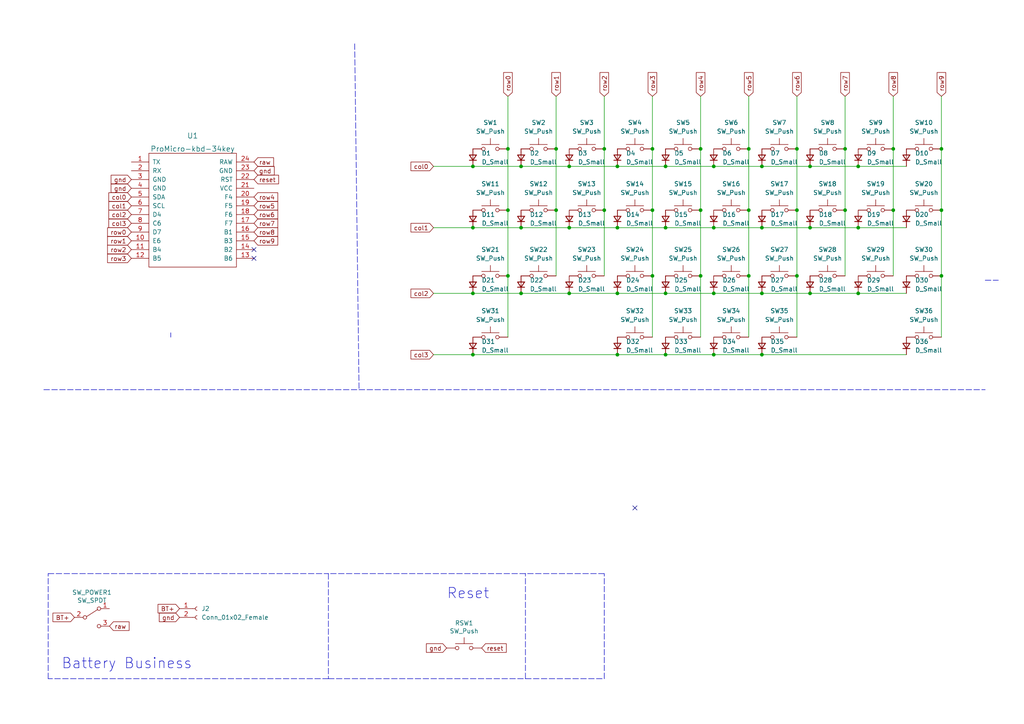
<source format=kicad_sch>
(kicad_sch (version 20211123) (generator eeschema)
  (paper "A4")
  (lib_symbols
    (symbol "Connector:Conn_01x02_Female" (pin_names (offset 1.016) hide)
      (property "Reference" "J" (at 0 2.54 0))
      (property "Value" "Conn_01x02_Female" (at 0 -5.08 0))
      (symbol "Conn_01x02_Female_1_1"
        (arc (start 0 -2.032) (mid -0.508 -2.54) (end 0 -3.048) (stroke (width 0.1524)))
        (polyline (pts (xy -1.27 -2.54) (xy -0.508 -2.54)) (stroke (width 0.1524)))
        (polyline (pts (xy -1.27 0) (xy -0.508 0)) (stroke (width 0.1524)))
        (arc (start 0 0.508) (mid -0.508 0) (end 0 -0.508) (stroke (width 0.1524)))
        (pin passive line (at -5.08 0 0) (length 3.81) (name "Pin_1") (number "1"))
        (pin passive line (at -5.08 -2.54 0) (length 3.81) (name "Pin_2") (number "2"))
      )
    )
    (symbol "ENDGAME_UWU_Gatekeeper_stuff:D_Small" (pin_numbers hide) (pin_names (offset 0.254) hide)
      (property "Reference" "D4" (at 1.778 1.1684 90))
      (property "Value" "D_Small" (at 1.778 -1.143 90))
      (symbol "D_Small_0_1"
        (polyline (pts (xy -0.762 -1.016) (xy -0.762 1.016)) (stroke (width 0.254)))
        (polyline (pts (xy -0.762 0) (xy 0.762 0)))
        (polyline (pts (xy 0.762 -1.016) (xy -0.762 0) (xy 0.762 1.016) (xy 0.762 -1.016)) (stroke (width 0.254)))
      )
      (symbol "D_Small_1_1"
        (pin passive line (at -2.54 0 0) (length 1.778) (name "K") (number "1"))
        (pin passive line (at 2.54 0 180) (length 1.778) (name "A") (number "2"))
      )
    )
    (symbol "ENDGAME_UWU_Gatekeeper_stuff:ProMicro-kbd-34key" (pin_names (offset 1.016))
      (property "Reference" "U" (at 0 24.13 0))
      (property "Value" "ProMicro-kbd-34key" (at 0 -13.97 0))
      (symbol "ProMicro-kbd-34key_0_1"
        (rectangle (start -12.7 21.59) (end 12.7 -11.43))
      )
      (symbol "ProMicro-kbd-34key_1_1"
        (pin bidirectional line (at -17.78 19.05 0) (length 5.08) (name "TX") (number "1"))
        (pin bidirectional line (at -17.78 -3.81 0) (length 5.08) (name "E6") (number "10"))
        (pin bidirectional line (at -17.78 -6.35 0) (length 5.08) (name "B4") (number "11"))
        (pin bidirectional line (at -17.78 -8.89 0) (length 5.08) (name "B5") (number "12"))
        (pin bidirectional line (at 17.78 -8.89 180) (length 5.08) (name "B6") (number "13"))
        (pin bidirectional line (at 17.78 -6.35 180) (length 5.08) (name "B2") (number "14"))
        (pin bidirectional line (at 17.78 -3.81 180) (length 5.08) (name "B3") (number "15"))
        (pin bidirectional line (at 17.78 -1.27 180) (length 5.08) (name "B1") (number "16"))
        (pin bidirectional line (at 17.78 1.27 180) (length 5.08) (name "F7") (number "17"))
        (pin bidirectional line (at 17.78 3.81 180) (length 5.08) (name "F6") (number "18"))
        (pin bidirectional line (at 17.78 6.35 180) (length 5.08) (name "F5") (number "19"))
        (pin bidirectional line (at -17.78 16.51 0) (length 5.08) (name "RX") (number "2"))
        (pin bidirectional line (at 17.78 8.89 180) (length 5.08) (name "F4") (number "20"))
        (pin power_in line (at 17.78 11.43 180) (length 5.08) (name "VCC") (number "21"))
        (pin input line (at 17.78 13.97 180) (length 5.08) (name "RST") (number "22"))
        (pin power_in line (at 17.78 16.51 180) (length 5.08) (name "GND") (number "23"))
        (pin power_out line (at 17.78 19.05 180) (length 5.08) (name "RAW") (number "24"))
        (pin power_in line (at -17.78 13.97 0) (length 5.08) (name "GND") (number "3"))
        (pin power_in line (at -17.78 11.43 0) (length 5.08) (name "GND") (number "4"))
        (pin bidirectional line (at -17.78 8.89 0) (length 5.08) (name "SDA") (number "5"))
        (pin bidirectional line (at -17.78 6.35 0) (length 5.08) (name "SCL") (number "6"))
        (pin bidirectional line (at -17.78 3.81 0) (length 5.08) (name "D4") (number "7"))
        (pin bidirectional line (at -17.78 1.27 0) (length 5.08) (name "C6") (number "8"))
        (pin bidirectional line (at -17.78 -1.27 0) (length 5.08) (name "D7") (number "9"))
      )
    )
    (symbol "ENDGAME_UWU_Gatekeeper_stuff:SW_Push" (pin_numbers hide) (pin_names (offset 1.016) hide)
      (property "Reference" "SW" (at 1.27 2.54 0))
      (property "Value" "SW_Push" (at 0 -1.524 0))
      (symbol "SW_Push_0_1"
        (circle (center -2.032 0) (radius 0.508))
        (polyline (pts (xy 0 1.27) (xy 0 3.048)))
        (polyline (pts (xy 2.54 1.27) (xy -2.54 1.27)))
        (circle (center 2.032 0) (radius 0.508))
        (pin passive line (at -5.08 0 0) (length 2.54) (name "1") (number "1"))
        (pin passive line (at 5.08 0 180) (length 2.54) (name "2") (number "2"))
      )
    )
    (symbol "Switch:SW_Push" (pin_numbers hide) (pin_names (offset 1.016) hide)
      (property "Reference" "SW" (at 1.27 2.54 0))
      (property "Value" "SW_Push" (at 0 -1.524 0))
      (symbol "SW_Push_0_1"
        (circle (center -2.032 0) (radius 0.508))
        (polyline (pts (xy 0 1.27) (xy 0 3.048)))
        (polyline (pts (xy 2.54 1.27) (xy -2.54 1.27)))
        (circle (center 2.032 0) (radius 0.508))
        (pin passive line (at -5.08 0 0) (length 2.54) (name "1") (number "1"))
        (pin passive line (at 5.08 0 180) (length 2.54) (name "2") (number "2"))
      )
    )
    (symbol "Switch:SW_SPDT" (pin_names (offset 0) hide)
      (property "Reference" "SW" (at 0 4.318 0))
      (property "Value" "SW_SPDT" (at 0 -5.08 0))
      (symbol "SW_SPDT_0_0"
        (circle (center -2.032 0) (radius 0.508))
        (circle (center 2.032 -2.54) (radius 0.508))
      )
      (symbol "SW_SPDT_0_1"
        (polyline (pts (xy -1.524 0.254) (xy 1.651 2.286)))
        (circle (center 2.032 2.54) (radius 0.508))
      )
      (symbol "SW_SPDT_1_1"
        (pin passive line (at 5.08 2.54 180) (length 2.54) (name "A") (number "1"))
        (pin passive line (at -5.08 0 0) (length 2.54) (name "B") (number "2"))
        (pin passive line (at 5.08 -2.54 180) (length 2.54) (name "C") (number "3"))
      )
    )
  )
  (junction (at 137.16 85.09))
  (junction (at 234.95 66.04))
  (junction (at 231.14 60.96))
  (junction (at 273.05 43.18))
  (junction (at 273.05 80.01))
  (junction (at 165.1 48.26))
  (junction (at 179.07 48.26))
  (junction (at 179.07 102.87))
  (junction (at 189.23 60.96))
  (junction (at 259.08 60.96))
  (junction (at 147.32 80.01))
  (junction (at 165.1 85.09))
  (junction (at 175.26 43.18))
  (junction (at 151.13 48.26))
  (junction (at 220.98 102.87))
  (junction (at 179.07 85.09))
  (junction (at 231.14 80.01))
  (junction (at 217.17 80.01))
  (junction (at 189.23 80.01))
  (junction (at 231.14 43.18))
  (junction (at 207.01 66.04))
  (junction (at 245.11 43.18))
  (junction (at 137.16 48.26))
  (junction (at 259.08 43.18))
  (junction (at 137.16 102.87))
  (junction (at 248.92 66.04))
  (junction (at 220.98 85.09))
  (junction (at 165.1 66.04))
  (junction (at 273.05 60.96))
  (junction (at 220.98 66.04))
  (junction (at 193.04 85.09))
  (junction (at 151.13 85.09))
  (junction (at 147.32 60.96))
  (junction (at 207.01 48.26))
  (junction (at 137.16 66.04))
  (junction (at 203.2 80.01))
  (junction (at 193.04 102.87))
  (junction (at 248.92 48.26))
  (junction (at 217.17 43.18))
  (junction (at 234.95 85.09))
  (junction (at 189.23 43.18))
  (junction (at 207.01 85.09))
  (junction (at 203.2 60.96))
  (junction (at 175.26 60.96))
  (junction (at 161.29 43.18))
  (junction (at 147.32 43.18))
  (junction (at 151.13 66.04))
  (junction (at 234.95 48.26))
  (junction (at 193.04 48.26))
  (junction (at 193.04 66.04))
  (junction (at 203.2 43.18))
  (junction (at 161.29 60.96))
  (junction (at 245.11 60.96))
  (junction (at 179.07 66.04))
  (junction (at 220.98 48.26))
  (junction (at 248.92 85.09))
  (junction (at 217.17 60.96))
  (junction (at 207.01 102.87))
  (no_connect (at 184.15 147.32))
  (no_connect (at 73.66 72.39))
  (no_connect (at 73.66 74.93))
  (wire (pts (xy 179.07 66.04) (xy 193.04 66.04)))
  (wire (pts (xy 248.92 66.04) (xy 262.89 66.04)))
  (wire (pts (xy 217.17 80.01) (xy 217.17 97.79)))
  (polyline (pts (xy 13.97 196.85) (xy 13.97 166.37)))
  (wire (pts (xy 189.23 60.96) (xy 189.23 80.01)))
  (wire (pts (xy 217.17 43.18) (xy 217.17 60.96)))
  (wire (pts (xy 273.05 27.94) (xy 273.05 43.18)))
  (wire (pts (xy 161.29 60.96) (xy 161.29 80.01)))
  (wire (pts (xy 273.05 60.96) (xy 273.05 80.01)))
  (wire (pts (xy 151.13 66.04) (xy 165.1 66.04)))
  (wire (pts (xy 231.14 80.01) (xy 231.14 97.79)))
  (wire (pts (xy 137.16 48.26) (xy 151.13 48.26)))
  (polyline (pts (xy 13.97 166.37) (xy 95.25 166.37)))
  (wire (pts (xy 151.13 48.26) (xy 165.1 48.26)))
  (polyline (pts (xy 95.25 196.85) (xy 13.97 196.85)))
  (wire (pts (xy 147.32 27.94) (xy 147.32 43.18)))
  (polyline (pts (xy 49.53 97.79) (xy 49.53 96.52)))
  (polyline (pts (xy 285.75 81.28) (xy 289.56 81.28)))
  (wire (pts (xy 161.29 43.18) (xy 161.29 60.96)))
  (wire (pts (xy 248.92 48.26) (xy 262.89 48.26)))
  (polyline (pts (xy 152.4 196.85) (xy 152.4 166.37)))
  (wire (pts (xy 259.08 43.18) (xy 259.08 60.96)))
  (wire (pts (xy 248.92 85.09) (xy 262.89 85.09)))
  (wire (pts (xy 179.07 102.87) (xy 193.04 102.87)))
  (wire (pts (xy 125.73 102.87) (xy 137.16 102.87)))
  (wire (pts (xy 125.73 66.04) (xy 137.16 66.04)))
  (polyline (pts (xy 152.4 166.37) (xy 95.25 166.37)))
  (wire (pts (xy 193.04 48.26) (xy 207.01 48.26)))
  (wire (pts (xy 220.98 85.09) (xy 234.95 85.09)))
  (wire (pts (xy 175.26 43.18) (xy 175.26 60.96)))
  (wire (pts (xy 189.23 43.18) (xy 189.23 60.96)))
  (wire (pts (xy 161.29 27.94) (xy 161.29 43.18)))
  (wire (pts (xy 189.23 80.01) (xy 189.23 97.79)))
  (wire (pts (xy 273.05 80.01) (xy 273.05 97.79)))
  (wire (pts (xy 175.26 27.94) (xy 175.26 43.18)))
  (wire (pts (xy 207.01 85.09) (xy 220.98 85.09)))
  (wire (pts (xy 137.16 66.04) (xy 151.13 66.04)))
  (wire (pts (xy 147.32 60.96) (xy 147.32 80.01)))
  (polyline (pts (xy 102.87 12.7) (xy 104.14 113.03)))
  (wire (pts (xy 245.11 43.18) (xy 245.11 60.96)))
  (wire (pts (xy 165.1 66.04) (xy 179.07 66.04)))
  (wire (pts (xy 207.01 66.04) (xy 220.98 66.04)))
  (wire (pts (xy 259.08 60.96) (xy 259.08 80.01)))
  (wire (pts (xy 234.95 48.26) (xy 248.92 48.26)))
  (wire (pts (xy 179.07 48.26) (xy 193.04 48.26)))
  (polyline (pts (xy 95.25 196.85) (xy 152.4 196.85)))
  (wire (pts (xy 193.04 102.87) (xy 207.01 102.87)))
  (wire (pts (xy 217.17 60.96) (xy 217.17 80.01)))
  (wire (pts (xy 137.16 102.87) (xy 179.07 102.87)))
  (wire (pts (xy 189.23 27.94) (xy 189.23 43.18)))
  (wire (pts (xy 165.1 48.26) (xy 179.07 48.26)))
  (wire (pts (xy 193.04 66.04) (xy 207.01 66.04)))
  (wire (pts (xy 220.98 66.04) (xy 234.95 66.04)))
  (polyline (pts (xy 12.7 113.03) (xy 104.14 113.03)))
  (polyline (pts (xy 95.25 166.37) (xy 95.25 196.85)))
  (wire (pts (xy 245.11 60.96) (xy 245.11 80.01)))
  (wire (pts (xy 147.32 80.01) (xy 147.32 97.79)))
  (wire (pts (xy 165.1 85.09) (xy 179.07 85.09)))
  (wire (pts (xy 231.14 43.18) (xy 231.14 60.96)))
  (wire (pts (xy 147.32 43.18) (xy 147.32 60.96)))
  (wire (pts (xy 203.2 27.94) (xy 203.2 43.18)))
  (wire (pts (xy 125.73 48.26) (xy 137.16 48.26)))
  (wire (pts (xy 234.95 66.04) (xy 248.92 66.04)))
  (wire (pts (xy 207.01 102.87) (xy 220.98 102.87)))
  (wire (pts (xy 217.17 27.94) (xy 217.17 43.18)))
  (polyline (pts (xy 175.26 166.37) (xy 152.4 166.37)))
  (wire (pts (xy 179.07 85.09) (xy 193.04 85.09)))
  (polyline (pts (xy 175.26 196.85) (xy 175.26 166.37)))
  (wire (pts (xy 207.01 48.26) (xy 220.98 48.26)))
  (wire (pts (xy 234.95 85.09) (xy 248.92 85.09)))
  (wire (pts (xy 203.2 80.01) (xy 203.2 97.79)))
  (wire (pts (xy 273.05 43.18) (xy 273.05 60.96)))
  (wire (pts (xy 203.2 60.96) (xy 203.2 80.01)))
  (wire (pts (xy 151.13 85.09) (xy 165.1 85.09)))
  (polyline (pts (xy 104.14 113.03) (xy 285.75 113.03)))
  (wire (pts (xy 193.04 85.09) (xy 207.01 85.09)))
  (wire (pts (xy 231.14 27.94) (xy 231.14 43.18)))
  (wire (pts (xy 220.98 102.87) (xy 262.89 102.87)))
  (wire (pts (xy 125.73 85.09) (xy 137.16 85.09)))
  (wire (pts (xy 203.2 43.18) (xy 203.2 60.96)))
  (wire (pts (xy 245.11 27.94) (xy 245.11 43.18)))
  (polyline (pts (xy 152.4 196.85) (xy 175.26 196.85)))
  (wire (pts (xy 231.14 60.96) (xy 231.14 80.01)))
  (wire (pts (xy 220.98 48.26) (xy 234.95 48.26)))
  (wire (pts (xy 137.16 85.09) (xy 151.13 85.09)))
  (wire (pts (xy 175.26 60.96) (xy 175.26 80.01)))
  (wire (pts (xy 259.08 27.94) (xy 259.08 43.18)))
  (text "Reset" (at 129.54 173.99 0) (effects (font (size 2.9972 2.9972)) (justify left bottom)))
  (text "Battery Business" (at 17.78 194.31 0) (effects (font (size 2.9972 2.9972)) (justify left bottom)))
  (global_label "gnd" (shape input) (at 129.54 187.96 180) (property "Intersheet References" "${INTERSHEET_REFS}" (effects hide)))
  (global_label "row2" (shape input) (at 175.26 27.94 90) (property "Intersheet References" "${INTERSHEET_REFS}" (effects hide)))
  (global_label "gnd" (shape input) (at 38.1 52.07 180) (property "Intersheet References" "${INTERSHEET_REFS}" (effects hide)))
  (global_label "row5" (shape input) (at 73.66 59.69 0) (property "Intersheet References" "${INTERSHEET_REFS}" (effects hide)))
  (global_label "row1" (shape input) (at 161.29 27.94 90) (property "Intersheet References" "${INTERSHEET_REFS}" (effects hide)))
  (global_label "raw" (shape input) (at 31.75 181.61 0) (property "Intersheet References" "${INTERSHEET_REFS}" (effects hide)))
  (global_label "col0" (shape input) (at 38.1 57.15 180) (property "Intersheet References" "${INTERSHEET_REFS}" (effects hide)))
  (global_label "gnd" (shape input) (at 38.1 54.61 180) (property "Intersheet References" "${INTERSHEET_REFS}" (effects hide)))
  (global_label "BT+" (shape input) (at 52.07 176.53 180) (property "Intersheet References" "${INTERSHEET_REFS}" (effects hide)))
  (global_label "row6" (shape input) (at 73.66 62.23 0) (property "Intersheet References" "${INTERSHEET_REFS}" (effects hide)))
  (global_label "reset" (shape input) (at 73.66 52.07 0) (property "Intersheet References" "${INTERSHEET_REFS}" (effects hide)))
  (global_label "row1" (shape input) (at 38.1 69.85 180) (property "Intersheet References" "${INTERSHEET_REFS}" (effects hide)))
  (global_label "row7" (shape input) (at 73.66 64.77 0) (property "Intersheet References" "${INTERSHEET_REFS}" (effects hide)))
  (global_label "BT+" (shape input) (at 21.59 179.07 180) (property "Intersheet References" "${INTERSHEET_REFS}" (effects hide)))
  (global_label "col2" (shape input) (at 38.1 62.23 180) (property "Intersheet References" "${INTERSHEET_REFS}" (effects hide)))
  (global_label "row5" (shape input) (at 217.17 27.94 90) (property "Intersheet References" "${INTERSHEET_REFS}" (effects hide)))
  (global_label "col1" (shape input) (at 38.1 59.69 180) (property "Intersheet References" "${INTERSHEET_REFS}" (effects hide)))
  (global_label "col2" (shape input) (at 125.73 85.09 180) (property "Intersheet References" "${INTERSHEET_REFS}" (effects hide)))
  (global_label "row9" (shape input) (at 273.05 27.94 90) (property "Intersheet References" "${INTERSHEET_REFS}" (effects hide)))
  (global_label "col1" (shape input) (at 125.73 66.04 180) (property "Intersheet References" "${INTERSHEET_REFS}" (effects hide)))
  (global_label "row4" (shape input) (at 73.66 57.15 0) (property "Intersheet References" "${INTERSHEET_REFS}" (effects hide)))
  (global_label "gnd" (shape input) (at 52.07 179.07 180) (property "Intersheet References" "${INTERSHEET_REFS}" (effects hide)))
  (global_label "reset" (shape input) (at 139.7 187.96 0) (property "Intersheet References" "${INTERSHEET_REFS}" (effects hide)))
  (global_label "row3" (shape input) (at 189.23 27.94 90) (property "Intersheet References" "${INTERSHEET_REFS}" (effects hide)))
  (global_label "col3" (shape input) (at 38.1 64.77 180) (property "Intersheet References" "${INTERSHEET_REFS}" (effects hide)))
  (global_label "gnd" (shape input) (at 73.66 49.53 0) (property "Intersheet References" "${INTERSHEET_REFS}" (effects hide)))
  (global_label "raw" (shape input) (at 73.66 46.99 0) (property "Intersheet References" "${INTERSHEET_REFS}" (effects hide)))
  (global_label "row3" (shape input) (at 38.1 74.93 180) (property "Intersheet References" "${INTERSHEET_REFS}" (effects hide)))
  (global_label "row0" (shape input) (at 38.1 67.31 180) (property "Intersheet References" "${INTERSHEET_REFS}" (effects hide)))
  (global_label "row8" (shape input) (at 259.08 27.94 90) (property "Intersheet References" "${INTERSHEET_REFS}" (effects hide)))
  (global_label "row4" (shape input) (at 203.2 27.94 90) (property "Intersheet References" "${INTERSHEET_REFS}" (effects hide)))
  (global_label "row2" (shape input) (at 38.1 72.39 180) (property "Intersheet References" "${INTERSHEET_REFS}" (effects hide)))
  (global_label "row6" (shape input) (at 231.14 27.94 90) (property "Intersheet References" "${INTERSHEET_REFS}" (effects hide)))
  (global_label "col0" (shape input) (at 125.73 48.26 180) (property "Intersheet References" "${INTERSHEET_REFS}" (effects hide)))
  (global_label "row8" (shape input) (at 73.66 67.31 0) (property "Intersheet References" "${INTERSHEET_REFS}" (effects hide)))
  (global_label "row7" (shape input) (at 245.11 27.94 90) (property "Intersheet References" "${INTERSHEET_REFS}" (effects hide)))
  (global_label "col3" (shape input) (at 125.73 102.87 180) (property "Intersheet References" "${INTERSHEET_REFS}" (effects hide)))
  (global_label "row0" (shape input) (at 147.32 27.94 90) (property "Intersheet References" "${INTERSHEET_REFS}" (effects hide)))
  (global_label "row9" (shape input) (at 73.66 69.85 0) (property "Intersheet References" "${INTERSHEET_REFS}" (effects hide)))
  (symbol (lib_id "ENDGAME_UWU_Gatekeeper_stuff:SW_Push") (at 184.15 97.79 0) (unit 1)
    (property "Reference" "SW32" (at 184.15 90.17 0))
    (property "Value" "SW_Push" (at 184.15 92.71 0))
    (property "Footprint" "keyswitches:Kailh_socket_PG1350_optional" (effects hide))
  )
  (symbol (lib_id "ENDGAME_UWU_Gatekeeper_stuff:D_Small") (at 207.01 100.33 90) (unit 1)
    (property "Reference" "D34" (at 209.55 99.0599 90) (effects (justify right)))
    (property "Value" "D_Small" (at 209.55 101.5999 90) (effects (justify right)))
    (property "Footprint" "Diode_SMD:D_SOD-123" (effects hide))
  )
  (symbol (lib_id "ENDGAME_UWU_Gatekeeper_stuff:SW_Push") (at 156.21 80.01 0) (unit 1)
    (property "Reference" "SW22" (at 156.21 72.39 0))
    (property "Value" "SW_Push" (at 156.21 74.93 0))
    (property "Footprint" "keyswitches:Kailh_socket_PG1350_optional" (effects hide))
  )
  (symbol (lib_id "ENDGAME_UWU_Gatekeeper_stuff:SW_Push") (at 226.06 60.96 0) (unit 1)
    (property "Reference" "SW17" (at 226.06 53.34 0))
    (property "Value" "SW_Push" (at 226.06 55.88 0))
    (property "Footprint" "keyswitches:Kailh_socket_PG1350_optional" (effects hide))
  )
  (symbol (lib_id "Switch:SW_SPDT") (at 26.67 179.07 0) (unit 1)
    (property "Reference" "SW_POWER1" (at 26.67 171.831 0))
    (property "Value" "SW_SPDT" (at 26.67 174.1424 0))
    (property "Footprint" "Button_Switch_SMD:SW_SPDT_PCM12" (effects hide))
  )
  (symbol (lib_id "ENDGAME_UWU_Gatekeeper_stuff:D_Small") (at 165.1 82.55 90) (unit 1)
    (property "Reference" "D23" (at 167.64 81.2799 90) (effects (justify right)))
    (property "Value" "D_Small" (at 167.64 83.8199 90) (effects (justify right)))
    (property "Footprint" "Diode_SMD:D_SOD-123" (effects hide))
  )
  (symbol (lib_id "ENDGAME_UWU_Gatekeeper_stuff:SW_Push") (at 267.97 97.79 0) (unit 1)
    (property "Reference" "SW36" (at 267.97 90.17 0))
    (property "Value" "SW_Push" (at 267.97 92.71 0))
    (property "Footprint" "keyswitches:Kailh_socket_PG1350_optional" (effects hide))
  )
  (symbol (lib_id "ENDGAME_UWU_Gatekeeper_stuff:SW_Push") (at 240.03 80.01 0) (unit 1)
    (property "Reference" "SW28" (at 240.03 72.39 0))
    (property "Value" "SW_Push" (at 240.03 74.93 0))
    (property "Footprint" "keyswitches:Kailh_socket_PG1350_optional" (effects hide))
  )
  (symbol (lib_id "ENDGAME_UWU_Gatekeeper_stuff:SW_Push") (at 184.15 60.96 0) (unit 1)
    (property "Reference" "SW14" (at 184.15 53.34 0))
    (property "Value" "SW_Push" (at 184.15 55.88 0))
    (property "Footprint" "keyswitches:Kailh_socket_PG1350_optional" (effects hide))
  )
  (symbol (lib_id "ENDGAME_UWU_Gatekeeper_stuff:ProMicro-kbd-34key") (at 55.88 66.04 0) (unit 1)
    (property "Reference" "U1" (at 55.88 39.37 0) (effects (font (size 1.524 1.524))))
    (property "Value" "ProMicro-kbd-34key" (at 55.88 43.18 0) (effects (font (size 1.524 1.524))))
    (property "Footprint" "Keebio-Parts:Elite-C-castellated-24pin-holes" (effects hide))
  )
  (symbol (lib_id "ENDGAME_UWU_Gatekeeper_stuff:D_Small") (at 207.01 63.5 90) (unit 1)
    (property "Reference" "D16" (at 209.55 62.2299 90) (effects (justify right)))
    (property "Value" "D_Small" (at 209.55 64.7699 90) (effects (justify right)))
    (property "Footprint" "Diode_SMD:D_SOD-123" (effects hide))
  )
  (symbol (lib_id "ENDGAME_UWU_Gatekeeper_stuff:SW_Push") (at 212.09 97.79 0) (unit 1)
    (property "Reference" "SW34" (at 212.09 90.17 0))
    (property "Value" "SW_Push" (at 212.09 92.71 0))
    (property "Footprint" "keyswitches:Kailh_socket_PG1350_optional" (effects hide))
  )
  (symbol (lib_id "ENDGAME_UWU_Gatekeeper_stuff:D_Small") (at 179.07 63.5 90) (unit 1)
    (property "Reference" "D14" (at 181.61 62.2299 90) (effects (justify right)))
    (property "Value" "D_Small" (at 181.61 64.7699 90) (effects (justify right)))
    (property "Footprint" "Diode_SMD:D_SOD-123" (effects hide))
  )
  (symbol (lib_id "ENDGAME_UWU_Gatekeeper_stuff:SW_Push") (at 254 80.01 0) (unit 1)
    (property "Reference" "SW29" (at 254 72.39 0))
    (property "Value" "SW_Push" (at 254 74.93 0))
    (property "Footprint" "keyswitches:Kailh_socket_PG1350_optional" (effects hide))
  )
  (symbol (lib_id "ENDGAME_UWU_Gatekeeper_stuff:SW_Push") (at 198.12 43.18 0) (unit 1)
    (property "Reference" "SW5" (at 198.12 35.56 0))
    (property "Value" "SW_Push" (at 198.12 38.1 0))
    (property "Footprint" "keyswitches:Kailh_socket_PG1350_optional" (effects hide))
  )
  (symbol (lib_id "ENDGAME_UWU_Gatekeeper_stuff:D_Small") (at 137.16 82.55 90) (unit 1)
    (property "Reference" "D21" (at 139.7 81.2799 90) (effects (justify right)))
    (property "Value" "D_Small" (at 139.7 83.8199 90) (effects (justify right)))
    (property "Footprint" "Diode_SMD:D_SOD-123" (effects hide))
  )
  (symbol (lib_id "ENDGAME_UWU_Gatekeeper_stuff:SW_Push") (at 212.09 60.96 0) (unit 1)
    (property "Reference" "SW16" (at 212.09 53.34 0))
    (property "Value" "SW_Push" (at 212.09 55.88 0))
    (property "Footprint" "keyswitches:Kailh_socket_PG1350_optional" (effects hide))
  )
  (symbol (lib_id "ENDGAME_UWU_Gatekeeper_stuff:D_Small") (at 165.1 63.5 90) (unit 1)
    (property "Reference" "D13" (at 167.64 62.2299 90) (effects (justify right)))
    (property "Value" "D_Small" (at 167.64 64.7699 90) (effects (justify right)))
    (property "Footprint" "Diode_SMD:D_SOD-123" (effects hide))
  )
  (symbol (lib_id "ENDGAME_UWU_Gatekeeper_stuff:SW_Push") (at 212.09 43.18 0) (unit 1)
    (property "Reference" "SW6" (at 212.09 35.56 0))
    (property "Value" "SW_Push" (at 212.09 38.1 0))
    (property "Footprint" "keyswitches:Kailh_socket_PG1350_optional" (effects hide))
  )
  (symbol (lib_id "ENDGAME_UWU_Gatekeeper_stuff:D_Small") (at 137.16 100.33 90) (unit 1)
    (property "Reference" "D31" (at 139.7 99.0599 90) (effects (justify right)))
    (property "Value" "D_Small" (at 139.7 101.5999 90) (effects (justify right)))
    (property "Footprint" "Diode_SMD:D_SOD-123" (effects hide))
  )
  (symbol (lib_id "ENDGAME_UWU_Gatekeeper_stuff:SW_Push") (at 198.12 97.79 0) (unit 1)
    (property "Reference" "SW33" (at 198.12 90.17 0))
    (property "Value" "SW_Push" (at 198.12 92.71 0))
    (property "Footprint" "keyswitches:Kailh_socket_PG1350_optional" (effects hide))
  )
  (symbol (lib_id "ENDGAME_UWU_Gatekeeper_stuff:D_Small") (at 193.04 100.33 90) (unit 1)
    (property "Reference" "D33" (at 195.58 99.0599 90) (effects (justify right)))
    (property "Value" "D_Small" (at 195.58 101.5999 90) (effects (justify right)))
    (property "Footprint" "Diode_SMD:D_SOD-123" (effects hide))
  )
  (symbol (lib_id "ENDGAME_UWU_Gatekeeper_stuff:D_Small") (at 137.16 63.5 90) (unit 1)
    (property "Reference" "D11" (at 139.7 62.2299 90) (effects (justify right)))
    (property "Value" "D_Small" (at 139.7 64.7699 90) (effects (justify right)))
    (property "Footprint" "Diode_SMD:D_SOD-123" (effects hide))
  )
  (symbol (lib_id "ENDGAME_UWU_Gatekeeper_stuff:SW_Push") (at 170.18 80.01 0) (unit 1)
    (property "Reference" "SW23" (at 170.18 72.39 0))
    (property "Value" "SW_Push" (at 170.18 74.93 0))
    (property "Footprint" "keyswitches:Kailh_socket_PG1350_optional" (effects hide))
  )
  (symbol (lib_id "ENDGAME_UWU_Gatekeeper_stuff:SW_Push") (at 184.15 80.01 0) (unit 1)
    (property "Reference" "SW24" (at 184.15 72.39 0))
    (property "Value" "SW_Push" (at 184.15 74.93 0))
    (property "Footprint" "keyswitches:Kailh_socket_PG1350_optional" (effects hide))
  )
  (symbol (lib_id "ENDGAME_UWU_Gatekeeper_stuff:SW_Push") (at 156.21 60.96 0) (unit 1)
    (property "Reference" "SW12" (at 156.21 53.34 0))
    (property "Value" "SW_Push" (at 156.21 55.88 0))
    (property "Footprint" "keyswitches:Kailh_socket_PG1350_optional" (effects hide))
  )
  (symbol (lib_id "ENDGAME_UWU_Gatekeeper_stuff:D_Small") (at 207.01 45.72 90) (unit 1)
    (property "Reference" "D6" (at 209.55 44.4499 90) (effects (justify right)))
    (property "Value" "D_Small" (at 209.55 46.9899 90) (effects (justify right)))
    (property "Footprint" "Diode_SMD:D_SOD-123" (effects hide))
  )
  (symbol (lib_id "ENDGAME_UWU_Gatekeeper_stuff:D_Small") (at 179.07 100.33 90) (unit 1)
    (property "Reference" "D32" (at 181.61 99.0599 90) (effects (justify right)))
    (property "Value" "D_Small" (at 181.61 101.5999 90) (effects (justify right)))
    (property "Footprint" "Diode_SMD:D_SOD-123" (effects hide))
  )
  (symbol (lib_id "ENDGAME_UWU_Gatekeeper_stuff:D_Small") (at 248.92 82.55 90) (unit 1)
    (property "Reference" "D29" (at 251.46 81.2799 90) (effects (justify right)))
    (property "Value" "D_Small" (at 251.46 83.8199 90) (effects (justify right)))
    (property "Footprint" "Diode_SMD:D_SOD-123" (effects hide))
  )
  (symbol (lib_id "ENDGAME_UWU_Gatekeeper_stuff:D_Small") (at 234.95 82.55 90) (unit 1)
    (property "Reference" "D28" (at 237.49 81.2799 90) (effects (justify right)))
    (property "Value" "D_Small" (at 237.49 83.8199 90) (effects (justify right)))
    (property "Footprint" "Diode_SMD:D_SOD-123" (effects hide))
  )
  (symbol (lib_id "ENDGAME_UWU_Gatekeeper_stuff:SW_Push") (at 142.24 97.79 0) (unit 1)
    (property "Reference" "SW31" (at 142.24 90.17 0))
    (property "Value" "SW_Push" (at 142.24 92.71 0))
    (property "Footprint" "keyswitches:Kailh_socket_PG1350_optional" (effects hide))
  )
  (symbol (lib_id "ENDGAME_UWU_Gatekeeper_stuff:D_Small") (at 137.16 45.72 90) (unit 1)
    (property "Reference" "D1" (at 139.7 44.4499 90) (effects (justify right)))
    (property "Value" "D_Small" (at 139.7 46.9899 90) (effects (justify right)))
    (property "Footprint" "Diode_SMD:D_SOD-123" (effects hide))
  )
  (symbol (lib_id "ENDGAME_UWU_Gatekeeper_stuff:D_Small") (at 248.92 63.5 90) (unit 1)
    (property "Reference" "D19" (at 251.46 62.2299 90) (effects (justify right)))
    (property "Value" "D_Small" (at 251.46 64.7699 90) (effects (justify right)))
    (property "Footprint" "Diode_SMD:D_SOD-123" (effects hide))
  )
  (symbol (lib_id "ENDGAME_UWU_Gatekeeper_stuff:SW_Push") (at 254 60.96 0) (unit 1)
    (property "Reference" "SW19" (at 254 53.34 0))
    (property "Value" "SW_Push" (at 254 55.88 0))
    (property "Footprint" "keyswitches:Kailh_socket_PG1350_optional" (effects hide))
  )
  (symbol (lib_id "ENDGAME_UWU_Gatekeeper_stuff:SW_Push") (at 267.97 43.18 0) (unit 1)
    (property "Reference" "SW10" (at 267.97 35.56 0))
    (property "Value" "SW_Push" (at 267.97 38.1 0))
    (property "Footprint" "keyswitches:Kailh_socket_PG1350_optional" (effects hide))
  )
  (symbol (lib_id "ENDGAME_UWU_Gatekeeper_stuff:D_Small") (at 220.98 82.55 90) (unit 1)
    (property "Reference" "D27" (at 223.52 81.2799 90) (effects (justify right)))
    (property "Value" "D_Small" (at 223.52 83.8199 90) (effects (justify right)))
    (property "Footprint" "Diode_SMD:D_SOD-123" (effects hide))
  )
  (symbol (lib_id "ENDGAME_UWU_Gatekeeper_stuff:SW_Push") (at 267.97 60.96 0) (unit 1)
    (property "Reference" "SW20" (at 267.97 53.34 0))
    (property "Value" "SW_Push" (at 267.97 55.88 0))
    (property "Footprint" "keyswitches:Kailh_socket_PG1350_optional" (effects hide))
  )
  (symbol (lib_id "Switch:SW_Push") (at 134.62 187.96 0) (unit 1)
    (property "Reference" "RSW1" (at 134.62 180.721 0))
    (property "Value" "SW_Push" (at 134.62 183.0324 0))
    (property "Footprint" "Button_Switch_THT:SW_PUSH_6mm" (effects hide))
  )
  (symbol (lib_id "ENDGAME_UWU_Gatekeeper_stuff:D_Small") (at 193.04 82.55 90) (unit 1)
    (property "Reference" "D25" (at 195.58 81.2799 90) (effects (justify right)))
    (property "Value" "D_Small" (at 195.58 83.8199 90) (effects (justify right)))
    (property "Footprint" "Diode_SMD:D_SOD-123" (effects hide))
  )
  (symbol (lib_id "ENDGAME_UWU_Gatekeeper_stuff:D_Small") (at 220.98 63.5 90) (unit 1)
    (property "Reference" "D17" (at 223.52 62.2299 90) (effects (justify right)))
    (property "Value" "D_Small" (at 223.52 64.7699 90) (effects (justify right)))
    (property "Footprint" "Diode_SMD:D_SOD-123" (effects hide))
  )
  (symbol (lib_id "ENDGAME_UWU_Gatekeeper_stuff:D_Small") (at 151.13 45.72 90) (unit 1)
    (property "Reference" "D2" (at 153.67 44.4499 90) (effects (justify right)))
    (property "Value" "D_Small" (at 153.67 46.9899 90) (effects (justify right)))
    (property "Footprint" "Diode_SMD:D_SOD-123" (effects hide))
  )
  (symbol (lib_id "ENDGAME_UWU_Gatekeeper_stuff:SW_Push") (at 142.24 60.96 0) (unit 1)
    (property "Reference" "SW11" (at 142.24 53.34 0))
    (property "Value" "SW_Push" (at 142.24 55.88 0))
    (property "Footprint" "keyswitches:Kailh_socket_PG1350_optional" (effects hide))
  )
  (symbol (lib_id "ENDGAME_UWU_Gatekeeper_stuff:SW_Push") (at 170.18 43.18 0) (unit 1)
    (property "Reference" "SW3" (at 170.18 35.56 0))
    (property "Value" "SW_Push" (at 170.18 38.1 0))
    (property "Footprint" "keyswitches:Kailh_socket_PG1350_optional" (effects hide))
  )
  (symbol (lib_id "ENDGAME_UWU_Gatekeeper_stuff:SW_Push") (at 240.03 43.18 0) (unit 1)
    (property "Reference" "SW8" (at 240.03 35.56 0))
    (property "Value" "SW_Push" (at 240.03 38.1 0))
    (property "Footprint" "keyswitches:Kailh_socket_PG1350_optional" (effects hide))
  )
  (symbol (lib_id "ENDGAME_UWU_Gatekeeper_stuff:SW_Push") (at 254 43.18 0) (unit 1)
    (property "Reference" "SW9" (at 254 35.56 0))
    (property "Value" "SW_Push" (at 254 38.1 0))
    (property "Footprint" "keyswitches:Kailh_socket_PG1350_optional" (effects hide))
  )
  (symbol (lib_id "ENDGAME_UWU_Gatekeeper_stuff:D_Small") (at 234.95 45.72 90) (unit 1)
    (property "Reference" "D8" (at 237.49 44.4499 90) (effects (justify right)))
    (property "Value" "D_Small" (at 237.49 46.9899 90) (effects (justify right)))
    (property "Footprint" "Diode_SMD:D_SOD-123" (effects hide))
  )
  (symbol (lib_id "ENDGAME_UWU_Gatekeeper_stuff:D_Small") (at 179.07 82.55 90) (unit 1)
    (property "Reference" "D24" (at 181.61 81.2799 90) (effects (justify right)))
    (property "Value" "D_Small" (at 181.61 83.8199 90) (effects (justify right)))
    (property "Footprint" "Diode_SMD:D_SOD-123" (effects hide))
  )
  (symbol (lib_id "ENDGAME_UWU_Gatekeeper_stuff:D_Small") (at 151.13 82.55 90) (unit 1)
    (property "Reference" "D22" (at 153.67 81.2799 90) (effects (justify right)))
    (property "Value" "D_Small" (at 153.67 83.8199 90) (effects (justify right)))
    (property "Footprint" "Diode_SMD:D_SOD-123" (effects hide))
  )
  (symbol (lib_id "ENDGAME_UWU_Gatekeeper_stuff:D_Small") (at 262.89 63.5 90) (unit 1)
    (property "Reference" "D20" (at 265.43 62.2299 90) (effects (justify right)))
    (property "Value" "D_Small" (at 265.43 64.7699 90) (effects (justify right)))
    (property "Footprint" "Diode_SMD:D_SOD-123" (effects hide))
  )
  (symbol (lib_id "ENDGAME_UWU_Gatekeeper_stuff:SW_Push") (at 212.09 80.01 0) (unit 1)
    (property "Reference" "SW26" (at 212.09 72.39 0))
    (property "Value" "SW_Push" (at 212.09 74.93 0))
    (property "Footprint" "keyswitches:Kailh_socket_PG1350_optional" (effects hide))
  )
  (symbol (lib_id "ENDGAME_UWU_Gatekeeper_stuff:D_Small") (at 220.98 100.33 90) (unit 1)
    (property "Reference" "D35" (at 223.52 99.0599 90) (effects (justify right)))
    (property "Value" "D_Small" (at 223.52 101.5999 90) (effects (justify right)))
    (property "Footprint" "Diode_SMD:D_SOD-123" (effects hide))
  )
  (symbol (lib_id "ENDGAME_UWU_Gatekeeper_stuff:D_Small") (at 220.98 45.72 90) (unit 1)
    (property "Reference" "D7" (at 223.52 44.4499 90) (effects (justify right)))
    (property "Value" "D_Small" (at 223.52 46.9899 90) (effects (justify right)))
    (property "Footprint" "Diode_SMD:D_SOD-123" (effects hide))
  )
  (symbol (lib_id "ENDGAME_UWU_Gatekeeper_stuff:D_Small") (at 193.04 63.5 90) (unit 1)
    (property "Reference" "D15" (at 195.58 62.2299 90) (effects (justify right)))
    (property "Value" "D_Small" (at 195.58 64.7699 90) (effects (justify right)))
    (property "Footprint" "Diode_SMD:D_SOD-123" (effects hide))
  )
  (symbol (lib_id "ENDGAME_UWU_Gatekeeper_stuff:SW_Push") (at 184.15 43.18 0) (unit 1)
    (property "Reference" "SW4" (at 184.15 35.56 0))
    (property "Value" "SW_Push" (at 184.15 38.1 0))
    (property "Footprint" "keyswitches:Kailh_socket_PG1350_optional" (effects hide))
  )
  (symbol (lib_id "ENDGAME_UWU_Gatekeeper_stuff:D_Small") (at 179.07 45.72 90) (unit 1)
    (property "Reference" "D4" (at 181.61 44.4499 90) (effects (justify right)))
    (property "Value" "D_Small" (at 181.61 46.9899 90) (effects (justify right)))
    (property "Footprint" "Diode_SMD:D_SOD-123" (effects hide))
  )
  (symbol (lib_id "ENDGAME_UWU_Gatekeeper_stuff:SW_Push") (at 226.06 43.18 0) (unit 1)
    (property "Reference" "SW7" (at 226.06 35.56 0))
    (property "Value" "SW_Push" (at 226.06 38.1 0))
    (property "Footprint" "keyswitches:Kailh_socket_PG1350_optional" (effects hide))
  )
  (symbol (lib_id "ENDGAME_UWU_Gatekeeper_stuff:SW_Push") (at 142.24 43.18 0) (unit 1)
    (property "Reference" "SW1" (at 142.24 35.56 0))
    (property "Value" "SW_Push" (at 142.24 38.1 0))
    (property "Footprint" "keyswitches:Kailh_socket_PG1350_optional" (effects hide))
  )
  (symbol (lib_id "ENDGAME_UWU_Gatekeeper_stuff:SW_Push") (at 156.21 43.18 0) (unit 1)
    (property "Reference" "SW2" (at 156.21 35.56 0))
    (property "Value" "SW_Push" (at 156.21 38.1 0))
    (property "Footprint" "keyswitches:Kailh_socket_PG1350_optional" (effects hide))
  )
  (symbol (lib_id "ENDGAME_UWU_Gatekeeper_stuff:SW_Push") (at 198.12 80.01 0) (unit 1)
    (property "Reference" "SW25" (at 198.12 72.39 0))
    (property "Value" "SW_Push" (at 198.12 74.93 0))
    (property "Footprint" "keyswitches:Kailh_socket_PG1350_optional" (effects hide))
  )
  (symbol (lib_id "ENDGAME_UWU_Gatekeeper_stuff:SW_Push") (at 267.97 80.01 0) (unit 1)
    (property "Reference" "SW30" (at 267.97 72.39 0))
    (property "Value" "SW_Push" (at 267.97 74.93 0))
    (property "Footprint" "keyswitches:Kailh_socket_PG1350_optional" (effects hide))
  )
  (symbol (lib_id "ENDGAME_UWU_Gatekeeper_stuff:SW_Push") (at 170.18 60.96 0) (unit 1)
    (property "Reference" "SW13" (at 170.18 53.34 0))
    (property "Value" "SW_Push" (at 170.18 55.88 0))
    (property "Footprint" "keyswitches:Kailh_socket_PG1350_optional" (effects hide))
  )
  (symbol (lib_id "ENDGAME_UWU_Gatekeeper_stuff:D_Small") (at 262.89 45.72 90) (unit 1)
    (property "Reference" "D10" (at 265.43 44.4499 90) (effects (justify right)))
    (property "Value" "D_Small" (at 265.43 46.9899 90) (effects (justify right)))
    (property "Footprint" "Diode_SMD:D_SOD-123" (effects hide))
  )
  (symbol (lib_id "ENDGAME_UWU_Gatekeeper_stuff:D_Small") (at 248.92 45.72 90) (unit 1)
    (property "Reference" "D9" (at 251.46 44.4499 90) (effects (justify right)))
    (property "Value" "D_Small" (at 251.46 46.9899 90) (effects (justify right)))
    (property "Footprint" "Diode_SMD:D_SOD-123" (effects hide))
  )
  (symbol (lib_id "ENDGAME_UWU_Gatekeeper_stuff:SW_Push") (at 198.12 60.96 0) (unit 1)
    (property "Reference" "SW15" (at 198.12 53.34 0))
    (property "Value" "SW_Push" (at 198.12 55.88 0))
    (property "Footprint" "keyswitches:Kailh_socket_PG1350_optional" (effects hide))
  )
  (symbol (lib_id "ENDGAME_UWU_Gatekeeper_stuff:SW_Push") (at 142.24 80.01 0) (unit 1)
    (property "Reference" "SW21" (at 142.24 72.39 0))
    (property "Value" "SW_Push" (at 142.24 74.93 0))
    (property "Footprint" "keyswitches:Kailh_socket_PG1350_optional" (effects hide))
  )
  (symbol (lib_id "ENDGAME_UWU_Gatekeeper_stuff:D_Small") (at 234.95 63.5 90) (unit 1)
    (property "Reference" "D18" (at 237.49 62.2299 90) (effects (justify right)))
    (property "Value" "D_Small" (at 237.49 64.7699 90) (effects (justify right)))
    (property "Footprint" "Diode_SMD:D_SOD-123" (effects hide))
  )
  (symbol (lib_id "ENDGAME_UWU_Gatekeeper_stuff:D_Small") (at 207.01 82.55 90) (unit 1)
    (property "Reference" "D26" (at 209.55 81.2799 90) (effects (justify right)))
    (property "Value" "D_Small" (at 209.55 83.8199 90) (effects (justify right)))
    (property "Footprint" "Diode_SMD:D_SOD-123" (effects hide))
  )
  (symbol (lib_id "ENDGAME_UWU_Gatekeeper_stuff:D_Small") (at 193.04 45.72 90) (unit 1)
    (property "Reference" "D5" (at 195.58 44.4499 90) (effects (justify right)))
    (property "Value" "D_Small" (at 195.58 46.9899 90) (effects (justify right)))
    (property "Footprint" "Diode_SMD:D_SOD-123" (effects hide))
  )
  (symbol (lib_id "ENDGAME_UWU_Gatekeeper_stuff:SW_Push") (at 226.06 97.79 0) (unit 1)
    (property "Reference" "SW35" (at 226.06 90.17 0))
    (property "Value" "SW_Push" (at 226.06 92.71 0))
    (property "Footprint" "keyswitches:Kailh_socket_PG1350_optional" (effects hide))
  )
  (symbol (lib_id "ENDGAME_UWU_Gatekeeper_stuff:D_Small") (at 262.89 100.33 90) (unit 1)
    (property "Reference" "D36" (at 265.43 99.0599 90) (effects (justify right)))
    (property "Value" "D_Small" (at 265.43 101.5999 90) (effects (justify right)))
    (property "Footprint" "Diode_SMD:D_SOD-123" (effects hide))
  )
  (symbol (lib_id "ENDGAME_UWU_Gatekeeper_stuff:D_Small") (at 165.1 45.72 90) (unit 1)
    (property "Reference" "D3" (at 167.64 44.4499 90) (effects (justify right)))
    (property "Value" "D_Small" (at 167.64 46.9899 90) (effects (justify right)))
    (property "Footprint" "Diode_SMD:D_SOD-123" (effects hide))
  )
  (symbol (lib_id "ENDGAME_UWU_Gatekeeper_stuff:D_Small") (at 262.89 82.55 90) (unit 1)
    (property "Reference" "D30" (at 265.43 81.2799 90) (effects (justify right)))
    (property "Value" "D_Small" (at 265.43 83.8199 90) (effects (justify right)))
    (property "Footprint" "Diode_SMD:D_SOD-123" (effects hide))
  )
  (symbol (lib_id "ENDGAME_UWU_Gatekeeper_stuff:SW_Push") (at 226.06 80.01 0) (unit 1)
    (property "Reference" "SW27" (at 226.06 72.39 0))
    (property "Value" "SW_Push" (at 226.06 74.93 0))
    (property "Footprint" "keyswitches:Kailh_socket_PG1350_optional" (effects hide))
  )
  (symbol (lib_id "ENDGAME_UWU_Gatekeeper_stuff:SW_Push") (at 240.03 60.96 0) (unit 1)
    (property "Reference" "SW18" (at 240.03 53.34 0))
    (property "Value" "SW_Push" (at 240.03 55.88 0))
    (property "Footprint" "keyswitches:Kailh_socket_PG1350_optional" (effects hide))
  )
  (symbol (lib_id "Connector:Conn_01x02_Female") (at 57.15 176.53 0) (unit 1)
    (property "Reference" "J2" (at 58.42 176.5299 0) (effects (justify left)))
    (property "Value" "Conn_01x02_Female" (at 58.42 179.0699 0) (effects (justify left)))
    (property "Footprint" "Connector_JST:JST_SH_BM02B-SRSS-TB_1x02-1MP_P1.00mm_Vertical" (effects hide))
  )
  (symbol (lib_id "ENDGAME_UWU_Gatekeeper_stuff:D_Small") (at 151.13 63.5 90) (unit 1)
    (property "Reference" "D12" (at 153.67 62.2299 90) (effects (justify right)))
    (property "Value" "D_Small" (at 153.67 64.7699 90) (effects (justify right)))
    (property "Footprint" "Diode_SMD:D_SOD-123" (effects hide))
  )
)
</source>
